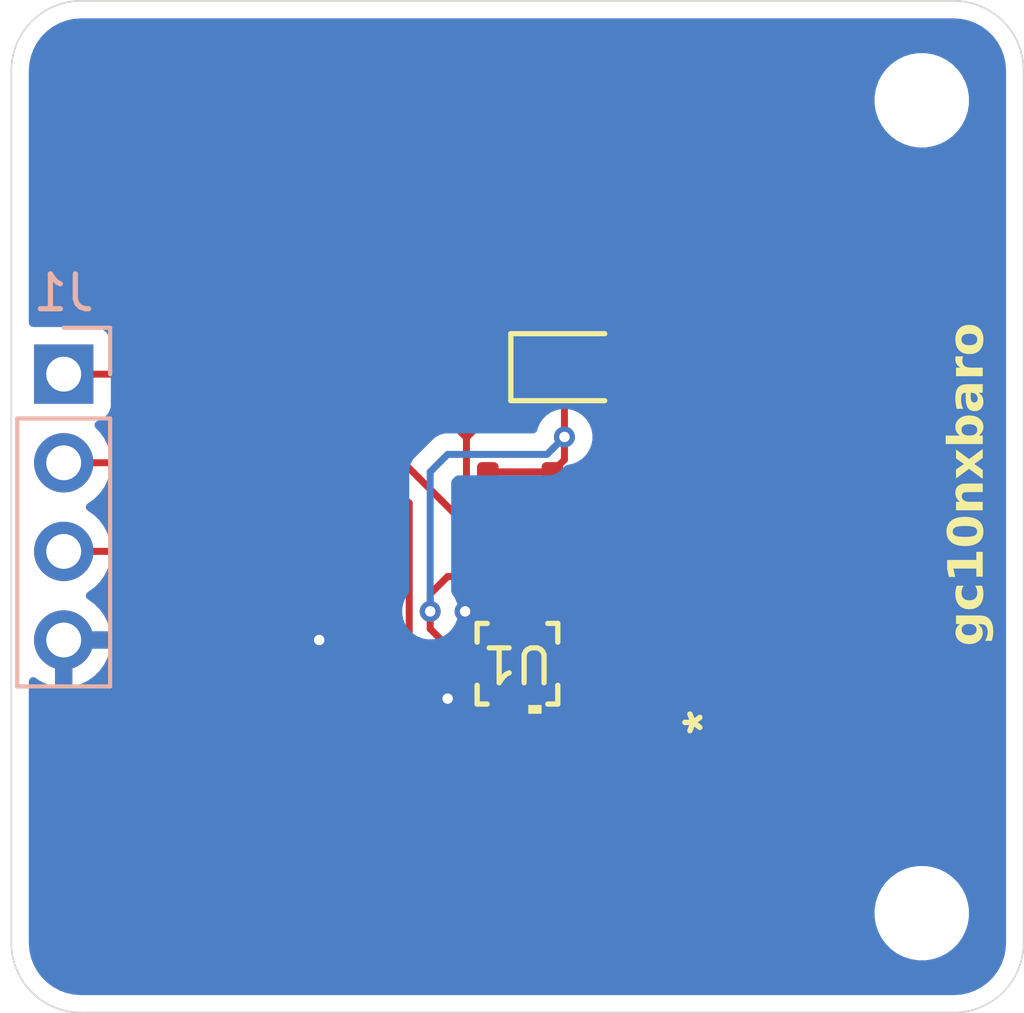
<source format=kicad_pcb>
(kicad_pcb (version 20241229) (generator "pcbnew") (generator_version "9.0")
  (title_block (title "gc10nxbaro"))
  (layers (0 "F.Cu" signal) (2 "B.Cu" signal) (13 "F.Paste" user) (15 "B.Paste" user) (5 "F.SilkS" user "F.Silkscreen") (7 "B.SilkS" user "B.Silkscreen") (1 "F.Mask" user) (3 "B.Mask" user) (25 "Edge.Cuts" user))
  (net 0 "")
  (net 1 "+3V3")
  (net 2 "GND")
  (net 3 "/SCL")
  (net 4 "/SDA")
  (net 6 "Net-(D1-Pad2)")
  (footprint "PCM_JLCPCB:C_0402" (layer "F.Cu") (at 139.65 54.5 -90)
    (property "Reference" "C2" (hide yes))
    (property "Value" "100nF")
    (pad "1" smd roundrect (at -0.5 0 270) (size 0.56 0.62) (layers "F.Cu" "F.Mask" "F.Paste") (net 1 "+3V3"))
    (pad "2" smd roundrect (at 0.5 0 270) (size 0.56 0.62) (layers "F.Cu" "F.Mask" "F.Paste") (net 2 "GND"))
  )
  (footprint "PCM_JLCPCB:D_0805" (layer "F.Cu") (at 142 51)
    (property "Reference" "D1" (hide yes))
    (property "Value" "White")
    (fp_line (start -1.69 -0.96) (end -1.69 0.96) (stroke (width 0.15)) (layer "F.SilkS"))
    (fp_line (start -1.69 0.96) (end 1 0.96) (stroke (width 0.15)) (layer "F.SilkS"))
    (fp_line (start 1 -0.96) (end -1.69 -0.96) (stroke (width 0.15)) (layer "F.SilkS"))
    (pad "1" smd roundrect (at -0.94 0) (size 0.97 1.4) (layers "F.Cu" "F.Mask" "F.Paste") (net 2 "GND"))
    (pad "2" smd roundrect (at 0.94 0) (size 0.97 1.4) (layers "F.Cu" "F.Mask" "F.Paste") (net 6 "Net-(D1-Pad2)"))
  )
  (footprint "PCM_JLCPCB:C_0402" (layer "F.Cu") (at 141.5 54.5 -90)
    (property "Reference" "C1" (hide yes))
    (property "Value" "100nF")
    (pad "1" smd roundrect (at -0.5 0 270) (size 0.56 0.62) (layers "F.Cu" "F.Mask" "F.Paste") (net 1 "+3V3"))
    (pad "2" smd roundrect (at 0.5 0 270) (size 0.56 0.62) (layers "F.Cu" "F.Mask" "F.Paste") (net 2 "GND"))
  )
  (footprint "MountingHole:MountingHole_2.2mm_M2" (layer "F.Cu") (at 152.0832 66.65)
    (property "Reference" "H2" (hide yes))
    (property "Value" "MountingHole" (hide yes))
    (pad "" np_thru_hole circle (at 0 0) (size 2.2 2.2) (drill 2.2) (layers "*.Cu" "*.Mask"))
  )
  (footprint "PCM_JLCPCB:R_0402" (layer "F.Cu") (at 140.5 61.5 180)
    (property "Reference" "R2" (hide yes))
    (property "Value" "4.7kΩ" (hide yes))
    (pad "1" smd roundrect (at -0.5 0 180) (size 0.56 0.62) (layers "F.Cu" "F.Mask" "F.Paste") (net 1 "+3V3"))
    (pad "2" smd roundrect (at 0.5 0 180) (size 0.56 0.62) (layers "F.Cu" "F.Mask" "F.Paste") (net 3 "/SCL"))
  )
  (footprint "GeneralLibrary:10LGA_2X2X0p75_BOS" (layer "F.Cu") (at 140.5 59.5 180)
    (property "Reference" "U1" (at 0 0 180) (layer "F.SilkS"))
    (property "Value" "BMP390")
    (fp_line (start 1.1557 1.1557) (end 1.1557 0.61878) (stroke (width 0.1524)) (layer "F.SilkS"))
    (fp_line (start 1.1557 -0.61878) (end 1.1557 -1.1557) (stroke (width 0.1524)) (layer "F.SilkS"))
    (fp_line (start 1.1557 -1.1557) (end 0.86878 -1.1557) (stroke (width 0.1524)) (layer "F.SilkS"))
    (fp_line (start 0.86878 1.1557) (end 1.1557 1.1557) (stroke (width 0.1524)) (layer "F.SilkS"))
    (fp_line (start -0.86878 -1.1557) (end -1.1557 -1.1557) (stroke (width 0.1524)) (layer "F.SilkS"))
    (fp_line (start -1.1557 1.1557) (end -0.86878 1.1557) (stroke (width 0.1524)) (layer "F.SilkS"))
    (fp_line (start -1.1557 0.61878) (end -1.1557 1.1557) (stroke (width 0.1524)) (layer "F.SilkS"))
    (fp_line (start -1.1557 -1.1557) (end -1.1557 -0.61878) (stroke (width 0.1524)) (layer "F.SilkS"))
    (fp_poly (pts (xy -0.690499 -1.1811) (xy -0.690499 -1.4351) (xy -0.309499 -1.4351) (xy -0.309499 -1.1811)) (fill yes) (layer "F.SilkS"))
    (fp_text user "*" (at -5.3427 -1.6806 90) (layer "F.SilkS"))
    (fp_text user "*" (at -5.3427 -1.6806 90) (layer "F.SilkS"))
    (pad "1" smd rect (at -0.7874 -0.25 270) (size 0.254 0.2794) (layers "F.Cu" "F.Mask" "F.Paste") (net 1 "+3V3"))
    (pad "2" smd rect (at -0.7874 0.25 270) (size 0.254 0.2794) (layers "F.Cu" "F.Mask" "F.Paste") (net 3 "/SCL"))
    (pad "3" smd rect (at -0.499999 0.7874 180) (size 0.254 0.2794) (layers "F.Cu" "F.Mask" "F.Paste") (net 2 "GND"))
    (pad "4" smd rect (at 0 0.7874 180) (size 0.254 0.2794) (layers "F.Cu" "F.Mask" "F.Paste") (net 4 "/SDA"))
    (pad "5" smd rect (at 0.499999 0.7874 180) (size 0.254 0.2794) (layers "F.Cu" "F.Mask" "F.Paste") (net 2 "GND"))
    (pad "6" smd rect (at 0.7874 0.25 270) (size 0.254 0.2794) (layers "F.Cu" "F.Mask" "F.Paste") (net 1 "+3V3"))
    (pad "7" smd rect (at 0.7874 -0.25 270) (size 0.254 0.2794) (layers "F.Cu" "F.Mask" "F.Paste"))
    (pad "8" smd rect (at 0.499999 -0.7874 180) (size 0.254 0.2794) (layers "F.Cu" "F.Mask" "F.Paste") (net 2 "GND"))
    (pad "9" smd rect (at 0 -0.7874 180) (size 0.254 0.2794) (layers "F.Cu" "F.Mask" "F.Paste") (net 2 "GND"))
    (pad "10" smd rect (at -0.499999 -0.7874 180) (size 0.254 0.2794) (layers "F.Cu" "F.Mask" "F.Paste") (net 1 "+3V3"))
  )
  (footprint "PCM_JLCPCB:R_0402" (layer "F.Cu") (at 140.5 57 180)
    (property "Reference" "R3" (hide yes))
    (property "Value" "4.7kΩ" (hide yes))
    (pad "1" smd roundrect (at -0.5 0 180) (size 0.56 0.62) (layers "F.Cu" "F.Mask" "F.Paste") (net 4 "/SDA"))
    (pad "2" smd roundrect (at 0.5 0 180) (size 0.56 0.62) (layers "F.Cu" "F.Mask" "F.Paste") (net 1 "+3V3"))
  )
  (footprint "MountingHole:MountingHole_2.2mm_M2" (layer "F.Cu") (at 152.0832 43.35)
    (property "Reference" "H1" (hide yes))
    (property "Value" "MountingHole" (hide yes))
    (pad "" np_thru_hole circle (at 0 0) (size 2.2 2.2) (drill 2.2) (layers "*.Cu" "*.Mask"))
  )
  (footprint "PCM_JLCPCB:R_0402" (layer "F.Cu") (at 138.5 51 -90)
    (property "Reference" "R1" (hide yes))
    (property "Value" "1kΩ" (hide yes))
    (pad "1" smd roundrect (at -0.5 0 270) (size 0.56 0.62) (layers "F.Cu" "F.Mask" "F.Paste") (net 1 "+3V3"))
    (pad "2" smd roundrect (at 0.5 0 270) (size 0.56 0.62) (layers "F.Cu" "F.Mask" "F.Paste") (net 6 "Net-(D1-Pad2)"))
  )
  (footprint "Connector_PinHeader_2.54mm:PinHeader_1x04_P2.54mm_Vertical" (layer "B.Cu") (at 127.5 51.2 180)
    (property "Reference" "J1" (at 0 2.33 0) (layer "B.SilkS") (effects (justify mirror)))
    (property "Value" "Conn_01x04_Pin" (hide yes))
    (fp_line (start 1.33 -1.27) (end 1.33 -8.95) (stroke (width 0.12)) (layer "B.SilkS"))
    (fp_line (start -1.33 1.33) (end 0 1.33) (stroke (width 0.12)) (layer "B.SilkS"))
    (fp_line (start -1.33 0) (end -1.33 1.33) (stroke (width 0.12)) (layer "B.SilkS"))
    (fp_line (start -1.33 -1.27) (end 1.33 -1.27) (stroke (width 0.12)) (layer "B.SilkS"))
    (fp_line (start -1.33 -1.27) (end -1.33 -8.95) (stroke (width 0.12)) (layer "B.SilkS"))
    (fp_line (start -1.33 -8.95) (end 1.33 -8.95) (stroke (width 0.12)) (layer "B.SilkS"))
    (pad "1" thru_hole rect (at 0 0 180) (size 1.7 1.7) (drill 1) (layers "*.Cu" "*.Mask") (net 4 "/SDA"))
    (pad "2" thru_hole oval (at 0 -2.54 180) (size 1.7 1.7) (drill 1) (layers "*.Cu" "*.Mask") (net 3 "/SCL"))
    (pad "3" thru_hole oval (at 0 -5.08 180) (size 1.7 1.7) (drill 1) (layers "*.Cu" "*.Mask") (net 1 "+3V3"))
    (pad "4" thru_hole oval (at 0 -7.62 180) (size 1.7 1.7) (drill 1) (layers "*.Cu" "*.Mask") (net 2 "GND"))
  )
  (gr_line (start 128 40.5) (end 153 40.5) (stroke (width 0.05)) (layer "Edge.Cuts"))
  (gr_line (start 126 67.5) (end 126 42.5) (stroke (width 0.05)) (layer "Edge.Cuts"))
  (gr_line (start 153 69.5) (end 128 69.5) (stroke (width 0.05)) (layer "Edge.Cuts"))
  (gr_arc (start 155 67.5) (mid 154.414214 68.914214) (end 153 69.5) (stroke (width 0.05)) (layer "Edge.Cuts"))
  (gr_arc (start 128 69.5) (mid 126.585786 68.914214) (end 126 67.5) (stroke (width 0.05)) (layer "Edge.Cuts"))
  (gr_line (start 155 42.5) (end 155 67.5) (stroke (width 0.05)) (layer "Edge.Cuts"))
  (gr_arc (start 126 42.5) (mid 126.585786 41.085786) (end 128 40.5) (stroke (width 0.05)) (layer "Edge.Cuts"))
  (gr_arc (start 153 40.5) (mid 154.414214 41.085786) (end 155 42.5) (stroke (width 0.05)) (layer "Edge.Cuts"))
  (gr_text "gc10nxbaro\n" (at 154 59 90) (layer "F.SilkS") (effects (font (size 1 1) (thickness 0.1875) (bold yes)) (justify left bottom)))
  (segment (start 141.534346 49.999) (end 141.846 50.310654) (width 0.2) (layer "F.Cu") (net 1))
  (segment (start 140.999999 60.2874) (end 140.999999 60.037401) (width 0.2) (layer "F.Cu") (net 1))
  (segment (start 138.5 57) (end 138 57.5) (width 0.2) (layer "F.Cu") (net 1))
  (segment (start 141.5 54) (end 139.65 54) (width 0.2) (layer "F.Cu") (net 1))
  (segment (start 140.999999 60.037401) (end 141.2874 59.75) (width 0.2) (layer "F.Cu") (net 1))
  (segment (start 140.712598 59.75) (end 141.2874 59.75) (width 0.2) (layer "F.Cu") (net 1))
  (segment (start 136.5 56.5) (end 136.5 59.917043) (width 0.2) (layer "F.Cu") (net 1))
  (segment (start 140 57) (end 138.5 57) (width 0.2) (layer "F.Cu") (net 1))
  (segment (start 139.001 49.999) (end 141.534346 49.999) (width 0.2) (layer "F.Cu") (net 1))
  (segment (start 141.49265 62.512) (end 142.1291 61.87555) (width 0.2) (layer "F.Cu") (net 1))
  (segment (start 141.846 50.310654) (end 141.846 53) (width 0.2) (layer "F.Cu") (net 1))
  (segment (start 142.1291 61.87555) (end 142.1291 54.6291) (width 0.2) (layer "F.Cu") (net 1))
  (segment (start 138 58) (end 138 58.5) (width 0.2) (layer "F.Cu") (net 1))
  (segment (start 136.5 59.917043) (end 139.094957 62.512) (width 0.2) (layer "F.Cu") (net 1))
  (segment (start 141 61.5) (end 140.999999 60.2874) (width 0.2) (layer "F.Cu") (net 1))
  (segment (start 139.094957 62.512) (end 141.49265 62.512) (width 0.2) (layer "F.Cu") (net 1))
  (segment (start 142.1291 54.6291) (end 141.5 54) (width 0.2) (layer "F.Cu") (net 1))
  (segment (start 138.75 59.25) (end 139.7126 59.25) (width 0.2) (layer "F.Cu") (net 1))
  (segment (start 140.212598 59.25) (end 140.712598 59.75) (width 0.2) (layer "F.Cu") (net 1))
  (segment (start 136.28 56.28) (end 136.5 56.5) (width 0.2) (layer "F.Cu") (net 1))
  (segment (start 138 58.5) (end 138.75 59.25) (width 0.2) (layer "F.Cu") (net 1))
  (segment (start 138.5 50.5) (end 139.001 49.999) (width 0.2) (layer "F.Cu") (net 1))
  (segment (start 141.846 53) (end 141.846 53.654) (width 0.2) (layer "F.Cu") (net 1))
  (segment (start 138 57.5) (end 138 58) (width 0.2) (layer "F.Cu") (net 1))
  (segment (start 127.5 56.28) (end 136.28 56.28) (width 0.2) (layer "F.Cu") (net 1))
  (segment (start 139.7126 59.25) (end 140.212598 59.25) (width 0.2) (layer "F.Cu") (net 1))
  (segment (start 141.846 53.654) (end 141.5 54) (width 0.2) (layer "F.Cu") (net 1))
  (via (at 141.846 53) (size 0.6) (drill 0.3) (layers "F.Cu" "B.Cu") (net 1))
  (via (at 138 58) (size 0.6) (drill 0.3) (layers "F.Cu" "B.Cu") (net 1))
  (segment (start 138 54) (end 138 58) (width 0.2) (layer "B.Cu") (net 1))
  (segment (start 138.5 53.5) (end 138 54) (width 0.2) (layer "B.Cu") (net 1))
  (segment (start 141.846 53) (end 141.346 53.5) (width 0.2) (layer "B.Cu") (net 1))
  (segment (start 141.346 53.5) (end 138.5 53.5) (width 0.2) (layer "B.Cu") (net 1))
  (segment (start 140 55) (end 139.71245 55) (width 0.2) (layer "F.Cu") (net 2))
  (segment (start 139.039 53.021) (end 141.06 51) (width 0.2) (layer "F.Cu") (net 2))
  (segment (start 141.581 58.131599) (end 140.999999 58.7126) (width 0.2) (layer "F.Cu") (net 2))
  (segment (start 141.65875 62.913) (end 144 60.57175) (width 0.2) (layer "F.Cu") (net 2))
  (segment (start 139.7126 58.7126) (end 139 58) (width 0.2) (layer "F.Cu") (net 2))
  (segment (start 137.488 50.00735) (end 137.488 51.47) (width 0.2) (layer "F.Cu") (net 2))
  (segment (start 141.581 55.081) (end 141.581 58.131599) (width 0.2) (layer "F.Cu") (net 2))
  (segment (start 137.488 51.47) (end 139.039 53.021) (width 0.2) (layer "F.Cu") (net 2))
  (segment (start 127.5 58.82) (end 134.82 58.82) (width 0.2) (layer "F.Cu") (net 2))
  (segment (start 140 55) (end 139.65 55) (width 0.2) (layer "F.Cu") (net 2))
  (segment (start 141.5 55) (end 141.581 55.081) (width 0.2) (layer "F.Cu") (net 2))
  (segment (start 138.29835 49.197) (end 137.488 50.00735) (width 0.2) (layer "F.Cu") (net 2))
  (segment (start 144 60.57175) (end 144 50.584654) (width 0.2) (layer "F.Cu") (net 2))
  (segment (start 134.82 58.82) (end 138.913 62.913) (width 0.2) (layer "F.Cu") (net 2))
  (segment (start 140.5 60.2874) (end 140.000001 60.2874) (width 0.2) (layer "F.Cu") (net 2))
  (segment (start 139.039 54.32655) (end 139.039 53.021) (width 0.2) (layer "F.Cu") (net 2))
  (segment (start 140.000001 60.2874) (end 138.7126 60.2874) (width 0.2) (layer "F.Cu") (net 2))
  (segment (start 140.000001 58.7126) (end 139.7126 58.7126) (width 0.2) (layer "F.Cu") (net 2))
  (segment (start 142.612346 49.197) (end 138.29835 49.197) (width 0.2) (layer "F.Cu") (net 2))
  (segment (start 139.71245 55) (end 139.039 54.32655) (width 0.2) (layer "F.Cu") (net 2))
  (segment (start 138.7126 60.2874) (end 138.5 60.5) (width 0.2) (layer "F.Cu") (net 2))
  (segment (start 138.913 62.913) (end 141.65875 62.913) (width 0.2) (layer "F.Cu") (net 2))
  (segment (start 144 50.584654) (end 142.612346 49.197) (width 0.2) (layer "F.Cu") (net 2))
  (segment (start 141.5 55) (end 140 55) (width 0.2) (layer "F.Cu") (net 2))
  (via (at 139 58) (size 0.6) (drill 0.3) (layers "F.Cu" "B.Cu") (net 2))
  (via (at 134.82 58.82) (size 0.6) (drill 0.3) (layers "F.Cu" "B.Cu") (net 2))
  (via (at 138.5 60.5) (size 0.6) (drill 0.3) (layers "F.Cu" "B.Cu") (net 2))
  (segment (start 141.32655 62.111) (end 141.7281 61.70945) (width 0.2) (layer "F.Cu") (net 3))
  (segment (start 138.650057 61.5) (end 140 61.5) (width 0.2) (layer "F.Cu") (net 3))
  (segment (start 137.399 60.248943) (end 138.650057 61.5) (width 0.2) (layer "F.Cu") (net 3))
  (segment (start 136.24 53.74) (end 137.399 54.899) (width 0.2) (layer "F.Cu") (net 3))
  (segment (start 141.7281 59.322) (end 141.6561 59.25) (width 0.2) (layer "F.Cu") (net 3))
  (segment (start 141.7281 61.70945) (end 141.7281 59.322) (width 0.2) (layer "F.Cu") (net 3))
  (segment (start 140.611 62.111) (end 141.32655 62.111) (width 0.2) (layer "F.Cu") (net 3))
  (segment (start 137.399 54.899) (end 137.399 60.248943) (width 0.2) (layer "F.Cu") (net 3))
  (segment (start 140 61.5) (end 140.611 62.111) (width 0.2) (layer "F.Cu") (net 3))
  (segment (start 141.6561 59.25) (end 141.2874 59.25) (width 0.2) (layer "F.Cu") (net 3))
  (segment (start 127.5 53.74) (end 136.24 53.74) (width 0.2) (layer "F.Cu") (net 3))
  (segment (start 139.5 56) (end 140 56) (width 0.2) (layer "F.Cu") (net 4))
  (segment (start 127.5 51.2) (end 134.7 51.2) (width 0.2) (layer "F.Cu") (net 4))
  (segment (start 140 56) (end 141 57) (width 0.2) (layer "F.Cu") (net 4))
  (segment (start 140.5 57.5) (end 140.5 58.7126) (width 0.2) (layer "F.Cu") (net 4))
  (segment (start 141 57) (end 140.5 57.5) (width 0.2) (layer "F.Cu") (net 4))
  (segment (start 127.811 50.889) (end 127.5 51.2) (width 0.2) (layer "F.Cu") (net 4))
  (segment (start 134.7 51.2) (end 139.5 56) (width 0.2) (layer "F.Cu") (net 4))
  (segment (start 137.889 50.889) (end 138.5 51.5) (width 0.2) (layer "F.Cu") (net 6))
  (segment (start 137.889 50.17345) (end 137.889 50.889) (width 0.2) (layer "F.Cu") (net 6))
  (segment (start 142.94 51) (end 142.94 50.300001) (width 0.2) (layer "F.Cu") (net 6))
  (segment (start 138.46445 49.598) (end 137.889 50.17345) (width 0.2) (layer "F.Cu") (net 6))
  (segment (start 142.94 50.300001) (end 142.237999 49.598) (width 0.2) (layer "F.Cu") (net 6))
  (segment (start 142.237999 49.598) (end 138.46445 49.598) (width 0.2) (layer "F.Cu") (net 6))
  (zone (net 2) (net_name "GND") (layer "B.Cu") (connect_pads (clearance 0.5)) (min_thickness 0.25) (fill yes (thermal_gap 0.5) (thermal_bridge_width 0.5))
    (polygon (pts (xy 126 69.5) (xy 126 40.5) (xy 155 40.5) (xy 155 69.5)))
  )
)
</source>
